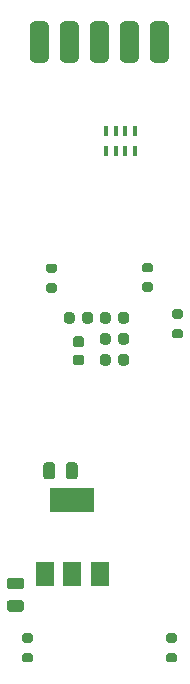
<source format=gbp>
%TF.GenerationSoftware,KiCad,Pcbnew,(5.1.12)-1*%
%TF.CreationDate,2021-12-13T23:08:50+08:00*%
%TF.ProjectId,PCB_EK-Link_Lite_Dev,5043425f-454b-42d4-9c69-6e6b5f4c6974,rev?*%
%TF.SameCoordinates,Original*%
%TF.FileFunction,Paste,Bot*%
%TF.FilePolarity,Positive*%
%FSLAX46Y46*%
G04 Gerber Fmt 4.6, Leading zero omitted, Abs format (unit mm)*
G04 Created by KiCad (PCBNEW (5.1.12)-1) date 2021-12-13 23:08:50*
%MOMM*%
%LPD*%
G01*
G04 APERTURE LIST*
%ADD10R,1.500000X2.000000*%
%ADD11R,3.800000X2.000000*%
%ADD12R,0.400000X0.900000*%
G04 APERTURE END LIST*
D10*
%TO.C,U1*%
X76214000Y-95860000D03*
X71614000Y-95860000D03*
X73914000Y-95860000D03*
D11*
X73914000Y-89560000D03*
%TD*%
D12*
%TO.C,RN2*%
X79178000Y-60032000D03*
X78378000Y-60032000D03*
X77578000Y-60032000D03*
X76778000Y-60032000D03*
X79178000Y-58332000D03*
X76778000Y-58332000D03*
X78378000Y-58332000D03*
X77578000Y-58332000D03*
%TD*%
%TO.C,R9*%
G36*
G01*
X83079000Y-74251000D02*
X82529000Y-74251000D01*
G75*
G02*
X82329000Y-74051000I0J200000D01*
G01*
X82329000Y-73651000D01*
G75*
G02*
X82529000Y-73451000I200000J0D01*
G01*
X83079000Y-73451000D01*
G75*
G02*
X83279000Y-73651000I0J-200000D01*
G01*
X83279000Y-74051000D01*
G75*
G02*
X83079000Y-74251000I-200000J0D01*
G01*
G37*
G36*
G01*
X83079000Y-75901000D02*
X82529000Y-75901000D01*
G75*
G02*
X82329000Y-75701000I0J200000D01*
G01*
X82329000Y-75301000D01*
G75*
G02*
X82529000Y-75101000I200000J0D01*
G01*
X83079000Y-75101000D01*
G75*
G02*
X83279000Y-75301000I0J-200000D01*
G01*
X83279000Y-75701000D01*
G75*
G02*
X83079000Y-75901000I-200000J0D01*
G01*
G37*
%TD*%
%TO.C,R8*%
G36*
G01*
X72411000Y-70377000D02*
X71861000Y-70377000D01*
G75*
G02*
X71661000Y-70177000I0J200000D01*
G01*
X71661000Y-69777000D01*
G75*
G02*
X71861000Y-69577000I200000J0D01*
G01*
X72411000Y-69577000D01*
G75*
G02*
X72611000Y-69777000I0J-200000D01*
G01*
X72611000Y-70177000D01*
G75*
G02*
X72411000Y-70377000I-200000J0D01*
G01*
G37*
G36*
G01*
X72411000Y-72027000D02*
X71861000Y-72027000D01*
G75*
G02*
X71661000Y-71827000I0J200000D01*
G01*
X71661000Y-71427000D01*
G75*
G02*
X71861000Y-71227000I200000J0D01*
G01*
X72411000Y-71227000D01*
G75*
G02*
X72611000Y-71427000I0J-200000D01*
G01*
X72611000Y-71827000D01*
G75*
G02*
X72411000Y-72027000I-200000J0D01*
G01*
G37*
%TD*%
%TO.C,R7*%
G36*
G01*
X79989000Y-71164000D02*
X80539000Y-71164000D01*
G75*
G02*
X80739000Y-71364000I0J-200000D01*
G01*
X80739000Y-71764000D01*
G75*
G02*
X80539000Y-71964000I-200000J0D01*
G01*
X79989000Y-71964000D01*
G75*
G02*
X79789000Y-71764000I0J200000D01*
G01*
X79789000Y-71364000D01*
G75*
G02*
X79989000Y-71164000I200000J0D01*
G01*
G37*
G36*
G01*
X79989000Y-69514000D02*
X80539000Y-69514000D01*
G75*
G02*
X80739000Y-69714000I0J-200000D01*
G01*
X80739000Y-70114000D01*
G75*
G02*
X80539000Y-70314000I-200000J0D01*
G01*
X79989000Y-70314000D01*
G75*
G02*
X79789000Y-70114000I0J200000D01*
G01*
X79789000Y-69714000D01*
G75*
G02*
X79989000Y-69514000I200000J0D01*
G01*
G37*
%TD*%
%TO.C,R2*%
G36*
G01*
X69829000Y-102533000D02*
X70379000Y-102533000D01*
G75*
G02*
X70579000Y-102733000I0J-200000D01*
G01*
X70579000Y-103133000D01*
G75*
G02*
X70379000Y-103333000I-200000J0D01*
G01*
X69829000Y-103333000D01*
G75*
G02*
X69629000Y-103133000I0J200000D01*
G01*
X69629000Y-102733000D01*
G75*
G02*
X69829000Y-102533000I200000J0D01*
G01*
G37*
G36*
G01*
X69829000Y-100883000D02*
X70379000Y-100883000D01*
G75*
G02*
X70579000Y-101083000I0J-200000D01*
G01*
X70579000Y-101483000D01*
G75*
G02*
X70379000Y-101683000I-200000J0D01*
G01*
X69829000Y-101683000D01*
G75*
G02*
X69629000Y-101483000I0J200000D01*
G01*
X69629000Y-101083000D01*
G75*
G02*
X69829000Y-100883000I200000J0D01*
G01*
G37*
%TD*%
%TO.C,R1*%
G36*
G01*
X82021000Y-102533000D02*
X82571000Y-102533000D01*
G75*
G02*
X82771000Y-102733000I0J-200000D01*
G01*
X82771000Y-103133000D01*
G75*
G02*
X82571000Y-103333000I-200000J0D01*
G01*
X82021000Y-103333000D01*
G75*
G02*
X81821000Y-103133000I0J200000D01*
G01*
X81821000Y-102733000D01*
G75*
G02*
X82021000Y-102533000I200000J0D01*
G01*
G37*
G36*
G01*
X82021000Y-100883000D02*
X82571000Y-100883000D01*
G75*
G02*
X82771000Y-101083000I0J-200000D01*
G01*
X82771000Y-101483000D01*
G75*
G02*
X82571000Y-101683000I-200000J0D01*
G01*
X82021000Y-101683000D01*
G75*
G02*
X81821000Y-101483000I0J200000D01*
G01*
X81821000Y-101083000D01*
G75*
G02*
X82021000Y-100883000I200000J0D01*
G01*
G37*
%TD*%
%TO.C,J3*%
G36*
G01*
X70300000Y-52140000D02*
X70300000Y-49460000D01*
G75*
G02*
X70710000Y-49050000I410000J0D01*
G01*
X71530000Y-49050000D01*
G75*
G02*
X71940000Y-49460000I0J-410000D01*
G01*
X71940000Y-52140000D01*
G75*
G02*
X71530000Y-52550000I-410000J0D01*
G01*
X70710000Y-52550000D01*
G75*
G02*
X70300000Y-52140000I0J410000D01*
G01*
G37*
G36*
G01*
X72840000Y-52140000D02*
X72840000Y-49460000D01*
G75*
G02*
X73250000Y-49050000I410000J0D01*
G01*
X74070000Y-49050000D01*
G75*
G02*
X74480000Y-49460000I0J-410000D01*
G01*
X74480000Y-52140000D01*
G75*
G02*
X74070000Y-52550000I-410000J0D01*
G01*
X73250000Y-52550000D01*
G75*
G02*
X72840000Y-52140000I0J410000D01*
G01*
G37*
G36*
G01*
X75380000Y-52140000D02*
X75380000Y-49460000D01*
G75*
G02*
X75790000Y-49050000I410000J0D01*
G01*
X76610000Y-49050000D01*
G75*
G02*
X77020000Y-49460000I0J-410000D01*
G01*
X77020000Y-52140000D01*
G75*
G02*
X76610000Y-52550000I-410000J0D01*
G01*
X75790000Y-52550000D01*
G75*
G02*
X75380000Y-52140000I0J410000D01*
G01*
G37*
G36*
G01*
X77920000Y-52140000D02*
X77920000Y-49460000D01*
G75*
G02*
X78330000Y-49050000I410000J0D01*
G01*
X79150000Y-49050000D01*
G75*
G02*
X79560000Y-49460000I0J-410000D01*
G01*
X79560000Y-52140000D01*
G75*
G02*
X79150000Y-52550000I-410000J0D01*
G01*
X78330000Y-52550000D01*
G75*
G02*
X77920000Y-52140000I0J410000D01*
G01*
G37*
G36*
G01*
X80460000Y-52140000D02*
X80460000Y-49460000D01*
G75*
G02*
X80870000Y-49050000I410000J0D01*
G01*
X81690000Y-49050000D01*
G75*
G02*
X82100000Y-49460000I0J-410000D01*
G01*
X82100000Y-52140000D01*
G75*
G02*
X81690000Y-52550000I-410000J0D01*
G01*
X80870000Y-52550000D01*
G75*
G02*
X80460000Y-52140000I0J410000D01*
G01*
G37*
%TD*%
%TO.C,C12*%
G36*
G01*
X77145000Y-75696000D02*
X77145000Y-76196000D01*
G75*
G02*
X76920000Y-76421000I-225000J0D01*
G01*
X76470000Y-76421000D01*
G75*
G02*
X76245000Y-76196000I0J225000D01*
G01*
X76245000Y-75696000D01*
G75*
G02*
X76470000Y-75471000I225000J0D01*
G01*
X76920000Y-75471000D01*
G75*
G02*
X77145000Y-75696000I0J-225000D01*
G01*
G37*
G36*
G01*
X78695000Y-75696000D02*
X78695000Y-76196000D01*
G75*
G02*
X78470000Y-76421000I-225000J0D01*
G01*
X78020000Y-76421000D01*
G75*
G02*
X77795000Y-76196000I0J225000D01*
G01*
X77795000Y-75696000D01*
G75*
G02*
X78020000Y-75471000I225000J0D01*
G01*
X78470000Y-75471000D01*
G75*
G02*
X78695000Y-75696000I0J-225000D01*
G01*
G37*
%TD*%
%TO.C,C11*%
G36*
G01*
X77145000Y-77474000D02*
X77145000Y-77974000D01*
G75*
G02*
X76920000Y-78199000I-225000J0D01*
G01*
X76470000Y-78199000D01*
G75*
G02*
X76245000Y-77974000I0J225000D01*
G01*
X76245000Y-77474000D01*
G75*
G02*
X76470000Y-77249000I225000J0D01*
G01*
X76920000Y-77249000D01*
G75*
G02*
X77145000Y-77474000I0J-225000D01*
G01*
G37*
G36*
G01*
X78695000Y-77474000D02*
X78695000Y-77974000D01*
G75*
G02*
X78470000Y-78199000I-225000J0D01*
G01*
X78020000Y-78199000D01*
G75*
G02*
X77795000Y-77974000I0J225000D01*
G01*
X77795000Y-77474000D01*
G75*
G02*
X78020000Y-77249000I225000J0D01*
G01*
X78470000Y-77249000D01*
G75*
G02*
X78695000Y-77474000I0J-225000D01*
G01*
G37*
%TD*%
%TO.C,C10*%
G36*
G01*
X74747000Y-74418000D02*
X74747000Y-73918000D01*
G75*
G02*
X74972000Y-73693000I225000J0D01*
G01*
X75422000Y-73693000D01*
G75*
G02*
X75647000Y-73918000I0J-225000D01*
G01*
X75647000Y-74418000D01*
G75*
G02*
X75422000Y-74643000I-225000J0D01*
G01*
X74972000Y-74643000D01*
G75*
G02*
X74747000Y-74418000I0J225000D01*
G01*
G37*
G36*
G01*
X73197000Y-74418000D02*
X73197000Y-73918000D01*
G75*
G02*
X73422000Y-73693000I225000J0D01*
G01*
X73872000Y-73693000D01*
G75*
G02*
X74097000Y-73918000I0J-225000D01*
G01*
X74097000Y-74418000D01*
G75*
G02*
X73872000Y-74643000I-225000J0D01*
G01*
X73422000Y-74643000D01*
G75*
G02*
X73197000Y-74418000I0J225000D01*
G01*
G37*
%TD*%
%TO.C,C9*%
G36*
G01*
X74672000Y-76637000D02*
X74172000Y-76637000D01*
G75*
G02*
X73947000Y-76412000I0J225000D01*
G01*
X73947000Y-75962000D01*
G75*
G02*
X74172000Y-75737000I225000J0D01*
G01*
X74672000Y-75737000D01*
G75*
G02*
X74897000Y-75962000I0J-225000D01*
G01*
X74897000Y-76412000D01*
G75*
G02*
X74672000Y-76637000I-225000J0D01*
G01*
G37*
G36*
G01*
X74672000Y-78187000D02*
X74172000Y-78187000D01*
G75*
G02*
X73947000Y-77962000I0J225000D01*
G01*
X73947000Y-77512000D01*
G75*
G02*
X74172000Y-77287000I225000J0D01*
G01*
X74672000Y-77287000D01*
G75*
G02*
X74897000Y-77512000I0J-225000D01*
G01*
X74897000Y-77962000D01*
G75*
G02*
X74672000Y-78187000I-225000J0D01*
G01*
G37*
%TD*%
%TO.C,C8*%
G36*
G01*
X77145000Y-73918000D02*
X77145000Y-74418000D01*
G75*
G02*
X76920000Y-74643000I-225000J0D01*
G01*
X76470000Y-74643000D01*
G75*
G02*
X76245000Y-74418000I0J225000D01*
G01*
X76245000Y-73918000D01*
G75*
G02*
X76470000Y-73693000I225000J0D01*
G01*
X76920000Y-73693000D01*
G75*
G02*
X77145000Y-73918000I0J-225000D01*
G01*
G37*
G36*
G01*
X78695000Y-73918000D02*
X78695000Y-74418000D01*
G75*
G02*
X78470000Y-74643000I-225000J0D01*
G01*
X78020000Y-74643000D01*
G75*
G02*
X77795000Y-74418000I0J225000D01*
G01*
X77795000Y-73918000D01*
G75*
G02*
X78020000Y-73693000I225000J0D01*
G01*
X78470000Y-73693000D01*
G75*
G02*
X78695000Y-73918000I0J-225000D01*
G01*
G37*
%TD*%
%TO.C,C2*%
G36*
G01*
X72448000Y-86647000D02*
X72448000Y-87597000D01*
G75*
G02*
X72198000Y-87847000I-250000J0D01*
G01*
X71698000Y-87847000D01*
G75*
G02*
X71448000Y-87597000I0J250000D01*
G01*
X71448000Y-86647000D01*
G75*
G02*
X71698000Y-86397000I250000J0D01*
G01*
X72198000Y-86397000D01*
G75*
G02*
X72448000Y-86647000I0J-250000D01*
G01*
G37*
G36*
G01*
X74348000Y-86647000D02*
X74348000Y-87597000D01*
G75*
G02*
X74098000Y-87847000I-250000J0D01*
G01*
X73598000Y-87847000D01*
G75*
G02*
X73348000Y-87597000I0J250000D01*
G01*
X73348000Y-86647000D01*
G75*
G02*
X73598000Y-86397000I250000J0D01*
G01*
X74098000Y-86397000D01*
G75*
G02*
X74348000Y-86647000I0J-250000D01*
G01*
G37*
%TD*%
%TO.C,C1*%
G36*
G01*
X68613000Y-98047000D02*
X69563000Y-98047000D01*
G75*
G02*
X69813000Y-98297000I0J-250000D01*
G01*
X69813000Y-98797000D01*
G75*
G02*
X69563000Y-99047000I-250000J0D01*
G01*
X68613000Y-99047000D01*
G75*
G02*
X68363000Y-98797000I0J250000D01*
G01*
X68363000Y-98297000D01*
G75*
G02*
X68613000Y-98047000I250000J0D01*
G01*
G37*
G36*
G01*
X68613000Y-96147000D02*
X69563000Y-96147000D01*
G75*
G02*
X69813000Y-96397000I0J-250000D01*
G01*
X69813000Y-96897000D01*
G75*
G02*
X69563000Y-97147000I-250000J0D01*
G01*
X68613000Y-97147000D01*
G75*
G02*
X68363000Y-96897000I0J250000D01*
G01*
X68363000Y-96397000D01*
G75*
G02*
X68613000Y-96147000I250000J0D01*
G01*
G37*
%TD*%
M02*

</source>
